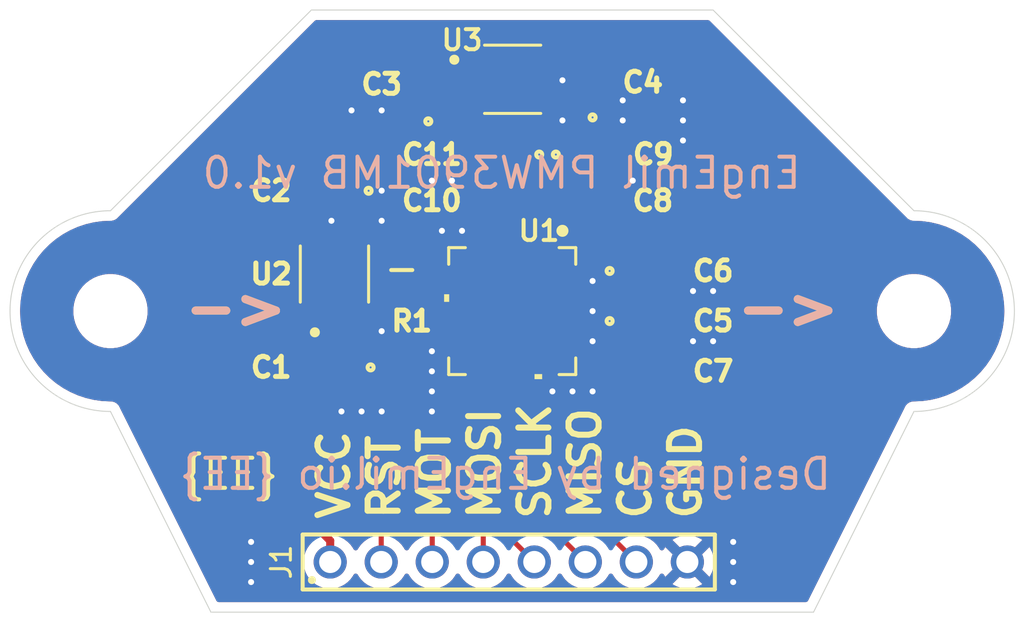
<source format=kicad_pcb>
(kicad_pcb (version 20241229) (generator "pcbnew") (generator_version "9.0")
  (title_block (title "EngEmil PMW3901MB Module PCB") (date "2025-06-12") (rev "1") (company "EngEmil") (comment 1 "Licensed under CERN-OHL-W-2.0"))
  (layers (0 "F.Cu" signal) (2 "B.Cu" signal) (13 "F.Paste" user) (15 "B.Paste" user) (5 "F.SilkS" user "F.Silkscreen") (7 "B.SilkS" user "B.Silkscreen") (1 "F.Mask" user) (3 "B.Mask" user) (25 "Edge.Cuts" user))
  (net 0 "")
  (net 1 "VCC")
  (net 2 "GND")
  (net 3 "+3.3V")
  (net 4 "+1V8")
  (net 5 "Net-(U1-VREG)")
  (net 6 "CS")
  (net 7 "SCLK")
  (net 8 "MOSI")
  (net 9 "RESET")
  (net 10 "MISO")
  (net 11 "MOTION")
  (footprint "engemil_pmw3901mb_module_footprint_library:DBV0005A-IPC_A" (layer "F.Cu") (at 141.149999 113.154328 90)
    (property "Reference" "U2" (at 0 -3.149999 0) (layer "F.SilkS") (effects (font (thickness 0.25) (bold yes))))
    (property "Value" "TLV77333PDBVR")
    (fp_line (start -1.4 -1.699999) (end 1.4 -1.699999) (stroke (width 0.15)) (layer "F.SilkS"))
    (fp_line (start -1.4 1.699999) (end 1.4 1.699999) (stroke (width 0.15)) (layer "F.SilkS"))
    (fp_circle (center -2.903101 -0.974999) (end -2.7781 -0.974999) (stroke (width 0.25)) (fill no) (layer "F.SilkS"))
    (pad "1" smd rect (at -1.150483 -0.950001 90) (size 1.805236 0.612132) (layers "F.Cu" "F.Mask" "F.Paste") (net 1 "VCC"))
    (pad "2" smd rect (at -1.150483 0 90) (size 1.805236 0.612132) (layers "F.Cu" "F.Mask" "F.Paste") (net 2 "GND"))
    (pad "3" smd rect (at -1.150483 0.950001 90) (size 1.805236 0.612132) (layers "F.Cu" "F.Mask" "F.Paste") (net 1 "VCC"))
    (pad "4" smd rect (at 1.150483 0.950001 90) (size 1.805236 0.612132) (layers "F.Cu" "F.Mask" "F.Paste") (net 2 "GND"))
    (pad "5" smd rect (at 1.150483 -0.950001 90) (size 1.805236 0.612132) (layers "F.Cu" "F.Mask" "F.Paste") (net 3 "+3.3V"))
  )
  (footprint "engemil_pmw3901mb_module_footprint_library:CAPC2012X110N" (layer "F.Cu") (at 156.528445 118)
    (property "Reference" "C7" (at 3.471555 0 0) (layer "F.SilkS") (effects (font (thickness 0.25))))
    (property "Value" "0.1uF" (hide yes))
    (pad "1" smd rect (at -0.8 0) (size 1.02 1.47) (layers "F.Cu" "F.Mask" "F.Paste") (net 4 "+1V8"))
    (pad "2" smd rect (at 0.8 0) (size 1.02 1.47) (layers "F.Cu" "F.Mask" "F.Paste") (net 2 "GND"))
  )
  (footprint "engemil_pmw3901mb_module_footprint_library:C0805" (layer "F.Cu") (at 145.822038 103.796155 90)
    (property "Reference" "C3" (at 0.096155 -2.322038 0) (layer "F.SilkS") (effects (font (thickness 0.25))))
    (property "Value" "1uF" (hide yes))
    (fp_circle (center -1.75 0) (end -1.75 0.05) (stroke (width 0.2)) (fill no) (layer "F.SilkS"))
    (pad "1" smd rect (at -0.9 0 90) (size 1.15 1.45) (layers "F.Cu" "F.Mask" "F.Paste") (net 2 "GND"))
    (pad "2" smd rect (at 0.9 0 90) (size 1.15 1.45) (layers "F.Cu" "F.Mask" "F.Paste") (net 3 "+3.3V"))
  )
  (footprint "engemil_pmw3901mb_module_footprint_library:C0805" (layer "F.Cu") (at 154 103.6 90)
    (property "Reference" "C4" (at 0 2.5 0) (layer "F.SilkS") (effects (font (thickness 0.25))))
    (property "Value" "1uF" (hide yes))
    (fp_circle (center -1.75 0) (end -1.75 0.05) (stroke (width 0.2)) (fill no) (layer "F.SilkS"))
    (pad "1" smd rect (at -0.9 0 90) (size 1.15 1.45) (layers "F.Cu" "F.Mask" "F.Paste") (net 2 "GND"))
    (pad "2" smd rect (at 0.9 0 90) (size 1.15 1.45) (layers "F.Cu" "F.Mask" "F.Paste") (net 4 "+1V8"))
  )
  (footprint "engemil_pmw3901mb_module_footprint_library:C0805" (layer "F.Cu") (at 149.593593 107.2 180)
    (property "Reference" "C11" (at 3.593593 0 180) (layer "F.SilkS") (effects (font (thickness 0.25))))
    (property "Value" "4.7uF" (hide yes))
    (fp_circle (center -1.75 0) (end -1.75 0.05) (stroke (width 0.2)) (fill no) (layer "F.SilkS"))
    (pad "1" smd rect (at -0.9 0 180) (size 1.15 1.45) (layers "F.Cu" "F.Mask" "F.Paste") (net 5 "Net-(U1-VREG)"))
    (pad "2" smd rect (at 0.9 0 180) (size 1.15 1.45) (layers "F.Cu" "F.Mask" "F.Paste") (net 2 "GND"))
  )
  (footprint "engemil_pmw3901mb_module_footprint_library:CAPC2012X110N" (layer "F.Cu") (at 149.5 109.5 180)
    (property "Reference" "C10" (at 3.5 0 180) (layer "F.SilkS") (effects (font (thickness 0.25))))
    (property "Value" "0.1uF" (hide yes))
    (pad "1" smd rect (at -0.8 0 180) (size 1.02 1.47) (layers "F.Cu" "F.Mask" "F.Paste") (net 5 "Net-(U1-VREG)"))
    (pad "2" smd rect (at 0.8 0 180) (size 1.02 1.47) (layers "F.Cu" "F.Mask" "F.Paste") (net 2 "GND"))
  )
  (footprint "engemil_pmw3901mb_module_footprint_library:C0805" (layer "F.Cu") (at 156.6 115.496155)
    (property "Reference" "C5" (at 3.4 0 0) (layer "F.SilkS") (effects (font (thickness 0.25))))
    (property "Value" "22uF" (hide yes))
    (fp_circle (center -1.75 0) (end -1.75 0.05) (stroke (width 0.2)) (fill no) (layer "F.SilkS"))
    (pad "1" smd rect (at -0.9 0) (size 1.15 1.45) (layers "F.Cu" "F.Mask" "F.Paste") (net 4 "+1V8"))
    (pad "2" smd rect (at 0.9 0) (size 1.15 1.45) (layers "F.Cu" "F.Mask" "F.Paste") (net 2 "GND"))
  )
  (footprint "MountingHole:MountingHole_3.2mm_M3_ISO14580" (layer "F.Cu") (at 130 115)
    (property "Reference" "H1" (hide yes))
    (property "Value" "MountingHole")
    (pad "" np_thru_hole circle (at 0 0) (size 3.2 3.2) (drill 3.2) (layers "*.Cu" "*.Mask"))
  )
  (footprint "engemil_pmw3901mb_module_footprint_library:C0805" (layer "F.Cu") (at 156.6 113)
    (property "Reference" "C6" (at 3.4 0 0) (layer "F.SilkS") (effects (font (thickness 0.25))))
    (property "Value" "22uF" (hide yes))
    (fp_circle (center -1.75 0) (end -1.75 0.05) (stroke (width 0.2)) (fill no) (layer "F.SilkS"))
    (pad "1" smd rect (at -0.9 0) (size 1.15 1.45) (layers "F.Cu" "F.Mask" "F.Paste") (net 4 "+1V8"))
    (pad "2" smd rect (at 0.9 0) (size 1.15 1.45) (layers "F.Cu" "F.Mask" "F.Paste") (net 2 "GND"))
  )
  (footprint "MountingHole:MountingHole_3.2mm_M3_ISO14580" (layer "F.Cu") (at 170 115)
    (property "Reference" "H2" (hide yes))
    (property "Value" "MountingHole")
    (pad "" np_thru_hole circle (at 0 0) (size 3.2 3.2) (drill 3.2) (layers "*.Cu" "*.Mask"))
  )
  (footprint "engemil_pmw3901mb_module_footprint_library:61300811121" (layer "F.Cu") (at 149.828445 127.5)
    (property "Reference" "J1" (at -11.328445 0 90) (layer "F.SilkS"))
    (property "Value" "6130XX11121" (hide yes))
    (fp_line (start -10.26 -1.37) (end 10.26 -1.37) (stroke (width 0.2)) (layer "F.SilkS"))
    (fp_line (start -10.26 1.37) (end -10.26 -1.37) (stroke (width 0.2)) (layer "F.SilkS"))
    (fp_line (start 10.26 -1.37) (end 10.26 1.37) (stroke (width 0.2)) (layer "F.SilkS"))
    (fp_line (start 10.26 1.37) (end -10.26 1.37) (stroke (width 0.2)) (layer "F.SilkS"))
    (fp_circle (center -9.8 0.9) (end -9.7 0.9) (stroke (width 0.2)) (fill no) (layer "F.SilkS"))
    (pad "1" thru_hole circle (at -8.89 0) (size 1.65 1.65) (drill 1.1) (layers "*.Cu" "*.Mask") (net 1 "VCC"))
    (pad "2" thru_hole circle (at -6.35 0) (size 1.65 1.65) (drill 1.1) (layers "*.Cu" "*.Mask") (net 9 "RESET"))
    (pad "3" thru_hole circle (at -3.81 0) (size 1.65 1.65) (drill 1.1) (layers "*.Cu" "*.Mask") (net 11 "MOTION"))
    (pad "4" thru_hole circle (at -1.27 0) (size 1.65 1.65) (drill 1.1) (layers "*.Cu" "*.Mask") (net 8 "MOSI"))
    (pad "5" thru_hole circle (at 1.27 0) (size 1.65 1.65) (drill 1.1) (layers "*.Cu" "*.Mask") (net 7 "SCLK"))
    (pad "6" thru_hole circle (at 3.81 0) (size 1.65 1.65) (drill 1.1) (layers "*.Cu" "*.Mask") (net 10 "MISO"))
    (pad "7" thru_hole circle (at 6.35 0) (size 1.65 1.65) (drill 1.1) (layers "*.Cu" "*.Mask") (net 6 "CS"))
    (pad "8" thru_hole circle (at 8.89 0) (size 1.65 1.65) (drill 1.1) (layers "*.Cu" "*.Mask") (net 2 "GND"))
  )
  (footprint "engemil_pmw3901mb_module_footprint_library:C0805" (layer "F.Cu") (at 141.2 117.804811 180)
    (property "Reference" "C1" (at 3.2 0 180) (layer "F.SilkS") (effects (font (thickness 0.25))))
    (property "Value" "1uF" (hide yes))
    (fp_circle (center -1.75 0) (end -1.75 0.05) (stroke (width 0.2)) (fill no) (layer "F.SilkS"))
    (pad "1" smd rect (at -0.9 0 180) (size 1.15 1.45) (layers "F.Cu" "F.Mask" "F.Paste") (net 2 "GND"))
    (pad "2" smd rect (at 0.9 0 180) (size 1.15 1.45) (layers "F.Cu" "F.Mask" "F.Paste") (net 1 "VCC"))
  )
  (footprint "engemil_pmw3901mb_module_footprint_library:C0805" (layer "F.Cu") (at 153.922038 107.2)
    (property "Reference" "C9" (at 3.1 0 0) (layer "F.SilkS") (effects (font (thickness 0.25))))
    (property "Value" "10uF" (hide yes))
    (fp_circle (center -1.75 0) (end -1.75 0.05) (stroke (width 0.2)) (fill no) (layer "F.SilkS"))
    (pad "1" smd rect (at -0.9 0) (size 1.15 1.45) (layers "F.Cu" "F.Mask" "F.Paste") (net 3 "+3.3V"))
    (pad "2" smd rect (at 0.9 0) (size 1.15 1.45) (layers "F.Cu" "F.Mask" "F.Paste") (net 2 "GND"))
  )
  (footprint "engemil_pmw3901mb_module_footprint_library:C0805" (layer "F.Cu") (at 141.1 109.003845 180)
    (property "Reference" "C2" (at 3.1 0 180) (layer "F.SilkS") (effects (font (thickness 0.25))))
    (property "Value" "1uF" (hide yes))
    (fp_circle (center -1.75 0) (end -1.75 0.05) (stroke (width 0.2)) (fill no) (layer "F.SilkS"))
    (pad "1" smd rect (at -0.9 0 180) (size 1.15 1.45) (layers "F.Cu" "F.Mask" "F.Paste") (net 2 "GND"))
    (pad "2" smd rect (at 0.9 0 180) (size 1.15 1.45) (layers "F.Cu" "F.Mask" "F.Paste") (net 3 "+3.3V"))
  )
  (footprint "engemil_pmw3901mb_module_footprint_library:RESC2012X60N" (layer "F.Cu") (at 144.5 112.953845 -90)
    (property "Reference" "R1" (at 2.546155 -0.5 0) (layer "F.SilkS") (effects (font (thickness 0.25))))
    (property "Value" "10kOhm" (hide yes))
    (fp_line (start 0 -0.525) (end 0 0.525) (stroke (width 0.2)) (layer "F.SilkS"))
    (pad "1" smd rect (at -0.95 0 270) (size 0.95 1.4) (layers "F.Cu" "F.Mask" "F.Paste") (net 3 "+3.3V"))
    (pad "2" smd rect (at 0.95 0 270) (size 0.95 1.4) (layers "F.Cu" "F.Mask" "F.Paste") (net 9 "RESET"))
  )
  (footprint "engemil_pmw3901mb_module_footprint_library:DBV0005A-IPC_A" (layer "F.Cu") (at 150.021072 103.450001)
    (property "Reference" "U3" (at -2.521072 -1.950001 0) (layer "F.SilkS") (effects (font (thickness 0.2) (bold yes))))
    (property "Value" "TLV77318PDBVR" (hide yes))
    (fp_line (start -1.4 -1.699999) (end 1.4 -1.699999) (stroke (width 0.15)) (layer "F.SilkS"))
    (fp_line (start -1.4 1.699999) (end 1.4 1.699999) (stroke (width 0.15)) (layer "F.SilkS"))
    (fp_circle (center -2.903101 -0.974999) (end -2.7781 -0.974999) (stroke (width 0.25)) (fill no) (layer "F.SilkS"))
    (pad "1" smd rect (at -1.150483 -0.950001) (size 1.805236 0.612132) (layers "F.Cu" "F.Mask" "F.Paste") (net 3 "+3.3V"))
    (pad "2" smd rect (at -1.150483 0) (size 1.805236 0.612132) (layers "F.Cu" "F.Mask" "F.Paste") (net 2 "GND"))
    (pad "3" smd rect (at -1.150483 0.950001) (size 1.805236 0.612132) (layers "F.Cu" "F.Mask" "F.Paste") (net 3 "+3.3V"))
    (pad "4" smd rect (at 1.150483 0.950001) (size 1.805236 0.612132) (layers "F.Cu" "F.Mask" "F.Paste") (net 2 "GND"))
    (pad "5" smd rect (at 1.150483 -0.950001) (size 1.805236 0.612132) (layers "F.Cu" "F.Mask" "F.Paste") (net 4 "+1V8"))
  )
  (footprint "engemil_pmw3901mb_module_footprint_library:CAPC2012X110N" (layer "F.Cu") (at 154.022038 109.5)
    (property "Reference" "C8" (at 2.977962 0 0) (layer "F.SilkS") (effects (font (thickness 0.25))))
    (property "Value" "0.1uF" (hide yes))
    (pad "1" smd rect (at -0.8 0) (size 1.02 1.47) (layers "F.Cu" "F.Mask" "F.Paste") (net 3 "+3.3V"))
    (pad "2" smd rect (at 0.8 0) (size 1.02 1.47) (layers "F.Cu" "F.Mask" "F.Paste") (net 2 "GND"))
  )
  (footprint "engemil_pmw3901mb_module_footprint_library:QFN_01MB-TXQT_PIX-M" (layer "F.Cu") (at 150 115 -90)
    (property "Reference" "U1" (at -3.996155 -1.328445 0) (layer "F.SilkS") (effects (font (thickness 0.2) (bold yes))))
    (property "Value" "PMW3901MB-TXQT")
    (fp_line (start -3.1623 3.1623) (end -2.333855 3.1623) (stroke (width 0.1524)) (layer "F.SilkS"))
    (fp_line (start 2.333855 3.1623) (end 3.1623 3.1623) (stroke (width 0.1524)) (layer "F.SilkS"))
    (fp_line (start 3.1623 3.1623) (end 3.1623 2.333855) (stroke (width 0.1524)) (layer "F.SilkS"))
    (fp_line (start -3.1623 2.333855) (end -3.1623 3.1623) (stroke (width 0.1524)) (layer "F.SilkS"))
    (fp_line (start 3.1623 -2.333855) (end 3.1623 -3.1623) (stroke (width 0.1524)) (layer "F.SilkS"))
    (fp_line (start -3.1623 -3.1623) (end -3.1623 -2.333855) (stroke (width 0.1524)) (layer "F.SilkS"))
    (fp_line (start -2.333855 -3.1623) (end -3.1623 -3.1623) (stroke (width 0.1524)) (layer "F.SilkS"))
    (fp_line (start 3.1623 -3.1623) (end 2.333855 -3.1623) (stroke (width 0.1524)) (layer "F.SilkS"))
    (fp_circle (center -4 -2.5) (end -3.75 -2.5) (stroke (width 0.1)) (fill yes) (layer "F.SilkS"))
    (fp_poly (pts (xy -0.840486 3.1369) (xy -0.840486 3.3909) (xy -0.459486 3.3909) (xy -0.459486 3.1369)) (fill yes) (layer "F.SilkS"))
    (fp_poly (pts (xy 3.3909 -1.490472) (xy 3.3909 -1.109472) (xy 3.1369 -1.109472) (xy 3.1369 -1.490472)) (fill yes) (layer "F.SilkS"))
    (pad "1" smd rect (at -2.6035 -1.949958) (size 0.4064 0.5588) (layers "F.Cu" "F.Mask" "F.Paste") (net 2 "GND"))
    (pad "2" smd rect (at -2.6035 -1.299972) (size 0.4064 0.5588) (layers "F.Cu" "F.Mask" "F.Paste") (net 4 "+1V8"))
    (pad "3" smd rect (at -2.6035 -0.649986) (size 0.4064 0.5588) (layers "F.Cu" "F.Mask" "F.Paste") (net 3 "+3.3V"))
    (pad "4" smd rect (at -2.6035 0) (size 0.4064 0.5588) (layers "F.Cu" "F.Mask" "F.Paste") (net 5 "Net-(U1-VREG)"))
    (pad "5" smd rect (at -2.6035 0.649986) (size 0.4064 0.5588) (layers "F.Cu" "F.Mask" "F.Paste") (net 2 "GND"))
    (pad "6" smd rect (at -2.6035 1.299972) (size 0.4064 0.5588) (layers "F.Cu" "F.Mask" "F.Paste") (net 2 "GND"))
    (pad "7" smd rect (at -2.6035 1.949958) (size 0.4064 0.5588) (layers "F.Cu" "F.Mask" "F.Paste") (net 9 "RESET"))
    (pad "8" smd rect (at -1.949958 2.6035 270) (size 0.4064 0.5588) (layers "F.Cu" "F.Mask" "F.Paste") (net 2 "GND"))
    (pad "9" smd rect (at -1.299972 2.6035 270) (size 0.4064 0.5588) (layers "F.Cu" "F.Mask" "F.Paste") (net 2 "GND"))
    (pad "10" smd rect (at -0.649986 2.6035 270) (size 0.4064 0.5588) (layers "F.Cu" "F.Mask" "F.Paste") (net 2 "GND"))
    (pad "11" smd rect (at 0 2.6035 270) (size 0.4064 0.5588) (layers "F.Cu" "F.Mask" "F.Paste") (net 2 "GND"))
    (pad "12" smd rect (at 0.649986 2.6035 270) (size 0.4064 0.5588) (layers "F.Cu" "F.Mask" "F.Paste") (net 2 "GND"))
    (pad "13" smd rect (at 1.299972 2.6035 270) (size 0.4064 0.5588) (layers "F.Cu" "F.Mask" "F.Paste") (net 2 "GND"))
    (pad "14" smd rect (at 1.949958 2.6035 270) (size 0.4064 0.5588) (layers "F.Cu" "F.Mask" "F.Paste") (net 2 "GND"))
    (pad "15" smd rect (at 2.6035 1.949958) (size 0.4064 0.5588) (layers "F.Cu" "F.Mask" "F.Paste") (net 11 "MOTION"))
    (pad "16" smd rect (at 2.6035 1.299972) (size 0.4064 0.5588) (layers "F.Cu" "F.Mask" "F.Paste") (net 8 "MOSI"))
    (pad "17" smd rect (at 2.6035 0.649986) (size 0.4064 0.5588) (layers "F.Cu" "F.Mask" "F.Paste") (net 7 "SCLK"))
    (pad "18" smd rect (at 2.6035 0) (size 0.4064 0.5588) (layers "F.Cu" "F.Mask" "F.Paste") (net 10 "MISO"))
    (pad "19" smd rect (at 2.6035 -0.649986) (size 0.4064 0.5588) (layers "F.Cu" "F.Mask" "F.Paste") (net 6 "CS"))
    (pad "20" smd rect (at 2.6035 -1.299972) (size 0.4064 0.5588) (layers "F.Cu" "F.Mask" "F.Paste") (net 2 "GND"))
    (pad "21" smd rect (at 2.6035 -1.949958) (size 0.4064 0.5588) (layers "F.Cu" "F.Mask" "F.Paste") (net 2 "GND"))
    (pad "22" smd rect (at 1.949958 -2.6035 270) (size 0.4064 0.5588) (layers "F.Cu" "F.Mask" "F.Paste") (net 2 "GND"))
    (pad "23" smd rect (at 1.299972 -2.6035 270) (size 0.4064 0.5588) (layers "F.Cu" "F.Mask" "F.Paste") (net 2 "GND"))
    (pad "24" smd rect (at 0.649986 -2.6035 270) (size 0.4064 0.5588) (layers "F.Cu" "F.Mask" "F.Paste") (net 2 "GND"))
    (pad "25" smd rect (at 0 -2.6035 270) (size 0.4064 0.5588) (layers "F.Cu" "F.Mask" "F.Paste") (net 2 "GND"))
    (pad "26" smd rect (at -0.649986 -2.6035 270) (size 0.4064 0.5588) (layers "F.Cu" "F.Mask" "F.Paste") (net 2 "GND"))
    (pad "27" smd rect (at -1.299972 -2.6035 270) (size 0.4064 0.5588) (layers "F.Cu" "F.Mask" "F.Paste") (net 2 "GND"))
    (pad "28" smd rect (at -1.949958 -2.6035 270) (size 0.4064 0.5588) (layers "F.Cu" "F.Mask" "F.Paste") (net 2 "GND"))
    (pad "29" smd rect (at 0 0 270) (size 2.9972 2.4892) (layers "F.Cu" "F.Mask" "F.Paste") (net 2 "GND"))
  )
  (gr_line (start 165 130) (end 135 130) (stroke (width 0.05)) (layer "Edge.Cuts"))
  (gr_arc (start 130 120) (mid 125 115) (end 130 110) (stroke (width 0.05)) (layer "Edge.Cuts"))
  (gr_line (start 140 100) (end 160 100) (stroke (width 0.05)) (layer "Edge.Cuts"))
  (gr_line (start 160 100) (end 170 110) (stroke (width 0.05)) (layer "Edge.Cuts"))
  (gr_arc (start 170 110) (mid 175 115) (end 170 120) (stroke (width 0.05)) (layer "Edge.Cuts"))
  (gr_line (start 130 120) (end 135 130) (stroke (width 0.05)) (layer "Edge.Cuts"))
  (gr_line (start 165 130) (end 170 120) (stroke (width 0.05)) (layer "Edge.Cuts"))
  (gr_line (start 140 100) (end 130 110) (stroke (width 0.05)) (layer "Edge.Cuts"))
  (gr_text "GND" (at 159.5 125.5 90) (layer "F.SilkS") (effects (font (size 1.5 1.5) (thickness 0.3) (bold yes)) (justify left bottom)))
  (gr_text "MOSI" (at 149.5 125.5 90) (layer "F.SilkS") (effects (font (size 1.5 1.5) (thickness 0.3) (bold yes)) (justify left bottom)))
  (gr_text "CS" (at 157 125.5 90) (layer "F.SilkS") (effects (font (size 1.5 1.5) (thickness 0.3) (bold yes)) (justify left bottom)))
  (gr_text "VCC" (at 142 125.5 90) (layer "F.SilkS") (effects (font (size 1.5 1.5) (thickness 0.3) (bold yes)) (justify left bottom)))
  (gr_text "MOT" (at 147 125.5 90) (layer "F.SilkS") (effects (font (size 1.5 1.5) (thickness 0.3) (bold yes)) (justify left bottom)))
  (gr_text "RST" (at 144.5 125.5 90) (layer "F.SilkS") (effects (font (size 1.5 1.5) (thickness 0.3) (bold yes)) (justify left bottom)))
  (gr_text "->" (at 133.5 116 0) (layer "F.SilkS") (effects (font (size 2 2) (thickness 0.4) (bold yes)) (justify left bottom)))
  (gr_text "{EE}" (at 133.5 124 0) (layer "F.SilkS") (effects (font (size 1.5 1.5) (thickness 0.2)) (justify left bottom)))
  (gr_text "SCLK" (at 152 125.5 90) (layer "F.SilkS") (effects (font (size 1.5 1.5) (thickness 0.3) (bold yes)) (justify left bottom)))
  (gr_text "MISO" (at 154.5 125.5 90) (layer "F.SilkS") (effects (font (size 1.5 1.5) (thickness 0.3) (bold yes)) (justify left bottom)))
  (gr_text "->" (at 161 116 0) (layer "F.SilkS") (effects (font (size 2 2) (thickness 0.4) (bold yes)) (justify left bottom)))
  (gr_text "Designed by EngEmil.io {EE}" (at 166 124 0) (layer "B.SilkS") (effects (font (size 1.5 1.5) (thickness 0.2)) (justify left bottom mirror)))
  (gr_text "->" (at 161 116 0) (layer "B.SilkS") (effects (font (size 2 2) (thickness 0.4) (bold yes)) (justify left bottom)))
  (gr_text "EngEmil PMW3901MB v1.0" (at 164.5 109 0) (layer "B.SilkS") (effects (font (size 1.5 1.5) (thickness 0.2)) (justify left bottom mirror)))
  (gr_text "->" (at 133.5 116 0) (layer "B.SilkS") (effects (font (size 2 2) (thickness 0.4) (bold yes)) (justify left bottom)))
  (segment (start 140.3 114.404813) (end 140.199998 114.304811) (width 0.4) (layer "F.Cu") (net 1))
  (segment (start 140.199998 114.800002) (end 140.199998 114.304811) (width 0.4) (layer "F.Cu") (net 1))
  (segment (start 142.1 114.304811) (end 142.1 115.854811) (width 0.4) (layer "F.Cu") (net 1))
  (segment (start 140.3 125.8) (end 140.3 117.804811) (width 0.4) (layer "F.Cu") (net 1))
  (segment (start 140.199998 115.800002) (end 140.199998 114.304811) (width 0.4) (layer "F.Cu") (net 1))
  (segment (start 139.5 117) (end 139.5 116.5) (width 0.4) (layer "F.Cu") (net 1))
  (segment (start 142.1 115.854811) (end 140.3 117.654811) (width 0.4) (layer "F.Cu") (net 1))
  (segment (start 140.938445 127.5) (end 140.938445 126.438445) (width 0.4) (layer "F.Cu") (net 1))
  (segment (start 140.3 117.804811) (end 140.3 117.8) (width 0.4) (layer "F.Cu") (net 1))
  (segment (start 140.938445 126.438445) (end 140.3 125.8) (width 0.4) (layer "F.Cu") (net 1))
  (segment (start 139.5 116.5) (end 140.199998 115.800002) (width 0.4) (layer "F.Cu") (net 1))
  (segment (start 140.3 117.654811) (end 140.3 117.804811) (width 0.4) (layer "F.Cu") (net 1))
  (segment (start 140.3 117.8) (end 139.5 117) (width 0.4) (layer "F.Cu") (net 1))
  (segment (start 151.354825 104.400002) (end 151.171555 104.400002) (width 0.8) (layer "F.Cu") (net 2))
  (segment (start 151.171555 104.400002) (end 151.171555 103.671555) (width 0.4) (layer "F.Cu") (net 2))
  (segment (start 151.9231 117.576642) (end 151.949958 117.6035) (width 0.4) (layer "F.Cu") (net 2))
  (segment (start 147.3965 116.949958) (end 147.423358 116.9231) (width 0.4) (layer "F.Cu") (net 2))
  (segment (start 151.9231 113.0769) (end 151.9231 112.423358) (width 0.4) (layer "F.Cu") (net 2))
  (segment (start 150 115) (end 151.9231 113.0769) (width 0.4) (layer "F.Cu") (net 2))
  (segment (start 150 115) (end 151.9231 116.9231) (width 0.4) (layer "F.Cu") (net 2))
  (segment (start 153.599998 105.5) (end 154 105.5) (width 1.2) (layer "F.Cu") (net 2))
  (segment (start 154 105.5) (end 154 104.5) (width 1.2) (layer "F.Cu") (net 2))
  (segment (start 152.6035 113.050042) (end 152.576642 113.0769) (width 0.4) (layer "F.Cu") (net 2))
  (segment (start 152.5 104.400002) (end 153.599998 105.5) (width 1.2) (layer "F.Cu") (net 2))
  (segment (start 149.062064 113.437936) (end 150 114.375872) (width 0.4) (layer "F.Cu") (net 2))
  (segment (start 147.423358 113.0769) (end 148.699028 113.0769) (width 0.4) (layer "F.Cu") (net 2))
  (segment (start 147.3965 115) (end 150 115) (width 0.4) (layer "F.Cu") (net 2))
  (segment (start 151.171555 103.671555) (end 150.950001 103.450001) (width 0.4) (layer "F.Cu") (net 2))
  (segment (start 149.350014 113.149986) (end 149.062064 113.437936) (width 0.4) (layer "F.Cu") (net 2))
  (segment (start 152.546228 116.299972) (end 151.9231 116.9231) (width 0.4) (layer "F.Cu") (net 2))
  (segment (start 147.3965 113.700028) (end 148.700028 113.700028) (width 0.4) (layer "F.Cu") (net 2))
  (segment (start 148.700028 113.0759) (end 148.700028 112.3965) (width 0.4) (layer "F.Cu") (net 2))
  (segment (start 149.350014 114.350014) (end 150 115) (width 0.4) (layer "F.Cu") (net 2))
  (segment (start 148.700028 111.700028) (end 148.5 111.5) (width 0.254) (layer "F.Cu") (net 2))
  (segment (start 148.700028 112.3965) (end 148.700028 111.700028) (width 0.254) (layer "F.Cu") (net 2))
  (segment (start 152.6035 115) (end 150 115) (width 0.4) (layer "F.Cu") (net 2))
  (segment (start 154 105.5) (end 154.25 105.75) (width 0.4) (layer "F.Cu") (net 2))
  (segment (start 152.6035 115.649986) (end 150.649986 115.649986) (width 0.4) (layer "F.Cu") (net 2))
  (segment (start 147.3965 114.350014) (end 149.350014 114.350014) (width 0.4) (layer "F.Cu") (net 2))
  (segment (start 149.350014 112.3965) (end 149.350014 111.850014) (width 0.254) (layer "F.Cu") (net 2))
  (segment (start 152.6035 116.299972) (end 152.546228 116.299972) (width 0.4) (layer "F.Cu") (net 2))
  (segment (start 151.949958 116.949958) (end 151.9231 116.9231) (width 0.4) (layer "F.Cu") (net 2))
  (segment (start 151.299972 117.6035) (end 151.299972 116.299972) (width 0.4) (layer "F.Cu") (net 2))
  (segment (start 152.5 105.5) (end 152.454824 105.5) (width 0.8) (layer "F.Cu") (net 2))
  (segment (start 150 114.375872) (end 150 115) (width 0.4) (layer "F.Cu") (net 2))
  (segment (start 152.454824 105.5) (end 151.354825 104.400002) (width 0.8) (layer "F.Cu") (net 2))
  (segment (start 152.6035 116.949958) (end 151.949958 116.949958) (width 0.4) (layer "F.Cu") (net 2))
  (segment (start 148.0769 116.9231) (end 150 115) (width 0.4) (layer "F.Cu") (net 2))
  (segment (start 148.700028 116.299972) (end 150 115) (width 0.4) (layer "F.Cu") (net 2))
  (segment (start 147.423358 116.9231) (end 148.0769 116.9231) (width 0.4) (layer "F.Cu") (net 2))
  (segment (start 150.950001 103.450001) (end 148.870589 103.450001) (width 0.4) (layer "F.Cu") (net 2))
  (segment (start 149.350014 112.3965) (end 149.350014 113.149986) (width 0.4) (layer "F.Cu") (net 2))
  (segment (start 149.350014 115.649986) (end 150 115) (width 0.4) (layer "F.Cu") (net 2))
  (segment (start 151.949958 112.3965) (end 152.6035 112.3965) (width 0.4) (layer "F.Cu") (net 2))
  (segment (start 152.599998 104.5) (end 152.5 104.400002) (width 1.2) (layer "F.Cu") (net 2))
  (segment (start 154.25 105.75) (end 154.822038 106.322038) (width 0.4) (layer "F.Cu") (net 2))
  (segment (start 153.5 105.5) (end 152.5 105.5) (width 0.8) (layer "F.Cu") (net 2))
  (segment (start 147.3965 116.299972) (end 148.700028 116.299972) (width 0.4) (layer "F.Cu") (net 2))
  (segment (start 151.299972 117.6035) (end 151.299972 118.299972) (width 0.4) (layer "F.Cu") (net 2))
  (segment (start 152.576642 113.0769) (end 151.9231 113.0769) (width 0.4) (layer "F.Cu") (net 2))
  (segment (start 154 104.5) (end 152.599998 104.5) (width 1.2) (layer "F.Cu") (net 2))
  (segment (start 149.350014 111.850014) (end 149 111.5) (width 0.254) (layer "F.Cu") (net 2))
  (segment (start 147.3965 113.050042) (end 147.423358 113.0769) (width 0.4) (layer "F.Cu") (net 2))
  (segment (start 151.9231 116.9231) (end 151.9231 117.576642) (width 0.4) (layer "F.Cu") (net 2))
  (segment (start 154.822038 107.2) (end 154.822038 109.5) (width 0.4) (layer "F.Cu") (net 2))
  (segment (start 148.699028 113.0769) (end 148.700028 113.0759) (width 0.4) (layer "F.Cu") (net 2))
  (segment (start 150.649986 115.649986) (end 150 115) (width 0.4) (layer "F.Cu") (net 2))
  (segment (start 149 111.5) (end 148.5 111.5) (width 0.4) (layer "F.Cu") (net 2))
  (segment (start 150.649986 114.350014) (end 150 115) (width 0.4) (layer "F.Cu") (net 2))
  (segment (start 154 105.5) (end 153.5 105.5) (width 0.8) (layer "F.Cu") (net 2))
  (segment (start 152.6035 114.350014) (end 150.649986 114.350014) (width 0.4) (layer "F.Cu") (net 2))
  (segment (start 151.9231 112.423358) (end 151.949958 112.3965) (width 0.4) (layer "F.Cu") (net 2))
  (segment (start 148.700028 113.700028) (end 150 115) (width 0.4) (layer "F.Cu") (net 2))
  (segment (start 151.171555 104.400002) (end 152.5 104.400002) (width 0.4) (layer "F.Cu") (net 2))
  (segment (start 152.6035 112.3965) (end 153 112) (width 0.4) (layer "F.Cu") (net 2))
  (segment (start 148.700028 113.0759) (end 149.062064 113.437936) (width 0.4) (layer "F.Cu") (net 2))
  (segment (start 147.3965 115.649986) (end 149.350014 115.649986) (width 0.4) (layer "F.Cu") (net 2))
  (segment (start 153.5 104.5) (end 154 104.5) (width 0.4) (layer "F.Cu") (net 2))
  (segment (start 152.5 104.400002) (end 152.5 103.5) (width 1.2) (layer "F.Cu") (net 2))
  (segment (start 154.822038 106.322038) (end 154.822038 107.2) (width 0.4) (layer "F.Cu") (net 2))
  (segment (start 151.299972 116.299972) (end 150 115) (width 0.4) (layer "F.Cu") (net 2))
  (segment (start 151.299972 118.299972) (end 151.5 118.5) (width 0.4) (layer "F.Cu") (net 2))
  (via (at 158.5 106.5) (size 0.6) (drill 0.3) (layers "F.Cu" "B.Cu") (net 2))
  (via (at 143.5 116) (size 0.6) (drill 0.3) (layers "F.Cu" "B.Cu") (net 2))
  (via (at 147 108.5) (size 0.6) (drill 0.3) (layers "F.Cu" "B.Cu") (net 2))
  (via (at 159 114) (size 0.6) (drill 0.3) (layers "F.Cu" "B.Cu") (net 2))
  (via (at 143.5 120) (size 0.6) (drill 0.3) (layers "F.Cu" "B.Cu") (net 2))
  (via (at 146.5 111) (size 0.6) (drill 0.3) (layers "F.Cu" "B.Cu") (net 2))
  (via (at 143.5 105) (size 0.6) (drill 0.3) (layers "F.Cu" "B.Cu") (net 2))
  (via (at 155.5 104.5) (size 0.6) (drill 0.3) (layers "F.Cu" "B.Cu") (net 2))
  (via (at 141.5 120) (size 0.6) (drill 0.3) (layers "F.Cu" "B.Cu") (net 2))
  (via (at 158.5 105.5) (size 0.6) (drill 0.3) (layers "F.Cu" "B.Cu") (net 2))
  (via (at 143.5 110.5) (size 0.6) (drill 0.3) (layers "F.Cu" "B.Cu") (net 2))
  (via (at 137 128.5) (size 0.6) (drill 0.3) (layers "F.Cu" "B.Cu") (net 2))
  (via (at 154 119) (size 0.6) (drill 0.3) (layers "F.Cu" "B.Cu") (net 2))
  (via (at 155.5 105.5) (size 0.6) (drill 0.3) (layers "F.Cu" "B.Cu") (net 2))
  (via (at 152 119) (size 0.6) (drill 0.3) (layers "F.Cu" "B.Cu") (net 2))
  (via (at 154 113.5) (size 0.6) (drill 0.3) (layers "F.Cu" "B.Cu") (net 2))
  (via (at 142.5 120) (size 0.6) (drill 0.3) (layers "F.Cu" "B.Cu") (net 2))
  (via (at 146 108.5) (size 0.6) (drill 0.3) (layers "F.Cu" "B.Cu") (net 2))
  (via (at 143.5 109) (size 0.6) (drill 0.3) (layers "F.Cu" "B.Cu") (net 2))
  (via (at 152.5 105.5) (size 0.6) (drill 0.3) (layers "F.Cu" "B.Cu") (net 2))
  (via (at 161 127.5) (size 0.6) (drill 0.3) (layers "F.Cu" "B.Cu") (net 2))
  (via (at 137 127.5) (size 0.6) (drill 0.3) (layers "F.Cu" "B.Cu") (net 2))
  (via (at 160 114) (size 0.6) (drill 0.3) (layers "F.Cu" "B.Cu") (net 2))
  (via (at 160 116.5) (size 0.6) (drill 0.3) (layers "F.Cu" "B.Cu") (net 2))
  (via (at 158.5 104.5) (size 0.6) (drill 0.3) (layers "F.Cu" "B.Cu") (net 2))
  (via (at 161 128.5) (size 0.6) (drill 0.3) (layers "F.Cu" "B.Cu") (net 2))
  (via (at 137 126.5) (size 0.6) (drill 0.3) (layers "F.Cu" "B.Cu") (net 2))
  (via (at 146 119) (size 0.6) (drill 0.3) (layers "F.Cu" "B.Cu") (net 2))
  (via (at 156 108.5) (size 0.6) (drill 0.3) (layers "F.Cu" "B.Cu") (net 2))
  (via (at 142 105) (size 0.6) (drill 0.3) (layers "F.Cu" "B.Cu") (net 2))
  (via (at 146 117) (size 0.6) (drill 0.3) (layers "F.Cu" "B.Cu") (net 2))
  (via (at 154 116.5) (size 0.6) (drill 0.3) (layers "F.Cu" "B.Cu") (net 2))
  (via (at 161 126.5) (size 0.6) (drill 0.3) (layers "F.Cu" "B.Cu") (net 2))
  (via (at 146 120) (size 0.6) (drill 0.3) (layers "F.Cu" "B.Cu") (net 2))
  (via (at 159 116.5) (size 0.6) (drill 0.3) (layers "F.Cu" "B.Cu") (net 2))
  (via (at 153 119) (size 0.6) (drill 0.3) (layers "F.Cu" "B.Cu") (net 2))
  (via (at 152.5 103.5) (size 0.6) (drill 0.3) (layers "F.Cu" "B.Cu") (net 2))
  (via (at 141 110.5) (size 0.6) (drill 0.3) (layers "F.Cu" "B.Cu") (net 2))
  (via (at 147.5 111) (size 0.6) (drill 0.3) (layers "F.Cu" "B.Cu") (net 2))
  (via (at 146 118) (size 0.6) (drill 0.3) (layers "F.Cu" "B.Cu") (net 2))
  (via (at 154 115) (size 0.6) (drill 0.3) (layers "F.Cu" "B.Cu") (net 2))
  (segment (start 153.022038 109.3) (end 153.222038 109.5) (width 0.4) (layer "F.Cu") (net 3))
  (segment (start 140.2 107.2) (end 140.3 107.2) (width 0.4) (layer "F.Cu") (net 3))
  (segment (start 144.5 108) (end 144.5 112.003845) (width 0.4) (layer "F.Cu") (net 3))
  (segment (start 153.222038 109.5) (end 152.5 109.5) (width 0.4) (layer "F.Cu") (net 3))
  (segment (start 140.199998 112.003845) (end 140.199998 109.003847) (width 0.4) (layer "F.Cu") (net 3))
  (segment (start 147.809906 104.400002) (end 147.5 104.090096) (width 0.4) (layer "F.Cu") (net 3))
  (segment (start 147.5 104.090096) (end 147.5 103.29231) (width 0.4) (layer "F.Cu") (net 3))
  (segment (start 147.5 103.29231) (end 147.103845 102.896155) (width 0.4) (layer "F.Cu") (net 3))
  (segment (start 148.870589 104.400002) (end 147.809906 104.400002) (width 0.4) (layer "F.Cu") (net 3))
  (segment (start 139.5 106.5) (end 139.5 105.5) (width 0.4) (layer "F.Cu") (net 3))
  (segment (start 153.022038 107.2) (end 153.022038 109.3) (width 0.4) (layer "F.Cu") (net 3))
  (segment (start 141 106.5) (end 143 106.5) (width 0.4) (layer "F.Cu") (net 3))
  (segment (start 147.103845 102.896155) (end 147.5 102.5) (width 0.4) (layer "F.Cu") (net 3))
  (segment (start 147.5 102.5) (end 148.870589 102.5) (width 0.4) (layer "F.Cu") (net 3))
  (segment (start 143 106.5) (end 144.5 108) (width 0.4) (layer "F.Cu") (net 3))
  (segment (start 140.2 107.2) (end 139.5 106.5) (width 0.4) (layer "F.Cu") (net 3))
  (segment (start 140.2 109.003845) (end 140.2 107.2) (width 0.4) (layer "F.Cu") (net 3))
  (segment (start 149 105.5) (end 151.322038 105.5) (width 0.4) (layer "F.Cu") (net 3))
  (segment (start 145.822038 102.896155) (end 147.103845 102.896155) (width 0.4) (layer "F.Cu") (net 3))
  (segment (start 148.870589 105.370589) (end 149 105.5) (width 0.4) (layer "F.Cu") (net 3))
  (segment (start 140.3 107.2) (end 141 106.5) (width 0.4) (layer "F.Cu") (net 3))
  (segment (start 150.649986 111.350014) (end 150.649986 112.3965) (width 0.4) (layer "F.Cu") (net 3))
  (segment (start 140.199998 109.003847) (end 140.2 109.003845) (width 0.4) (layer "F.Cu") (net 3))
  (segment (start 139.5 105.5) (end 142.103845 102.896155) (width 0.4) (layer "F.Cu") (net 3))
  (segment (start 148.870589 104.400002) (end 148.870589 105.370589) (width 0.4) (layer "F.Cu") (net 3))
  (segment (start 151.322038 105.5) (end 153.022038 107.2) (width 0.4) (layer "F.Cu") (net 3))
  (segment (start 152.5 109.5) (end 150.649986 111.350014) (width 0.4) (layer "F.Cu") (net 3))
  (segment (start 142.103845 102.896155) (end 145.822038 102.896155) (width 0.4) (layer "F.Cu") (net 3))
  (segment (start 153.8 102.5) (end 154 102.7) (width 0.254) (layer "F.Cu") (net 4))
  (segment (start 152.261858 111) (end 151.299972 111.961886) (width 0.254) (layer "F.Cu") (net 4))
  (segment (start 155.728445 115.728445) (end 155.728445 118) (width 0.254) (layer "F.Cu") (net 4))
  (segment (start 155.7 113) (end 155.7 115.496155) (width 0.254) (layer "F.Cu") (net 4))
  (segment (start 151.299972 111.961886) (end 151.299972 112.3965) (width 0.254) (layer "F.Cu") (net 4))
  (segment (start 155.7 115.496155) (end 155.7 115.7) (width 0.254) (layer "F.Cu") (net 4))
  (segment (start 155.5 111) (end 152.261858 111) (width 0.254) (layer "F.Cu") (net 4))
  (segment (start 157 104) (end 157 109.5) (width 0.254) (layer "F.Cu") (net 4))
  (segment (start 155.5 111.5) (end 155.7 111.7) (width 0.254) (layer "F.Cu") (net 4))
  (segment (start 155.7 102.7) (end 157 104) (width 0.254) (layer "F.Cu") (net 4))
  (segment (start 155.5 111) (end 155.5 111.5) (width 0.254) (layer "F.Cu") (net 4))
  (segment (start 157 109.5) (end 155.5 111) (width 0.254) (layer "F.Cu") (net 4))
  (segment (start 151.171555 102.5) (end 153.8 102.5) (width 0.254) (layer "F.Cu") (net 4))
  (segment (start 155.7 115.7) (end 155.728445 115.728445) (width 0.254) (layer "F.Cu") (net 4))
  (segment (start 155.7 111.7) (end 155.7 113) (width 0.254) (layer "F.Cu") (net 4))
  (segment (start 154 102.7) (end 155.7 102.7) (width 0.254) (layer "F.Cu") (net 4))
  (segment (start 150.3 109.2) (end 150.493593 109.006407) (width 0.254) (layer "F.Cu") (net 5))
  (segment (start 150.3 109.5) (end 150.3 110.7) (width 0.254) (layer "F.Cu") (net 5))
  (segment (start 150 111) (end 150 112.3965) (width 0.254) (layer "F.Cu") (net 5))
  (segment (start 150.3 110.7) (end 150 111) (width 0.254) (layer "F.Cu") (net 5))
  (segment (start 150.3 109.5) (end 150.3 109.2) (width 0.254) (layer "F.Cu") (net 5))
  (segment (start 150.493593 109.006407) (end 150.493593 107.2) (width 0.254) (layer "F.Cu") (net 5))
  (segment (start 150.649986 121.971541) (end 156.178445 127.5) (width 0.254) (layer "F.Cu") (net 6))
  (segment (start 150.649986 117.6035) (end 150.649986 121.971541) (width 0.254) (layer "F.Cu") (net 6))
  (segment (start 149.350014 125.751569) (end 151.098445 127.5) (width 0.254) (layer "F.Cu") (net 7))
  (segment (start 149.350014 117.6035) (end 149.350014 125.751569) (width 0.254) (layer "F.Cu") (net 7))
  (segment (start 148.700028 118.200028) (end 148.558445 118.341611) (width 0.254) (layer "F.Cu") (net 8))
  (segment (start 148.558445 118.341611) (end 148.558445 127.5) (width 0.254) (layer "F.Cu") (net 8))
  (segment (start 148.700028 117.6035) (end 148.700028 118.200028) (width 0.254) (layer "F.Cu") (net 8))
  (segment (start 143.478445 126.021555) (end 144.5 125) (width 0.254) (layer "F.Cu") (net 9))
  (segment (start 146 113) (end 146.6035 112.3965) (width 0.254) (layer "F.Cu") (net 9))
  (segment (start 143.478445 127.5) (end 143.478445 126.021555) (width 0.254) (layer "F.Cu") (net 9))
  (segment (start 146.6035 112.3965) (end 148.050042 112.3965) (width 0.254) (layer "F.Cu") (net 9))
  (segment (start 144.5 113.903845) (end 145.596155 113.903845) (width 0.254) (layer "F.Cu") (net 9))
  (segment (start 145.596155 113.903845) (end 146 113.5) (width 0.254) (layer "F.Cu") (net 9))
  (segment (start 146 113.5) (end 146 113) (width 0.254) (layer "F.Cu") (net 9))
  (segment (start 144.5 125) (end 144.5 113.903845) (width 0.254) (layer "F.Cu") (net 9))
  (segment (start 150 123.861555) (end 153.638445 127.5) (width 0.254) (layer "F.Cu") (net 10))
  (segment (start 150 117.6035) (end 150 123.861555) (width 0.254) (layer "F.Cu") (net 10))
  (segment (start 148.050042 123.949958) (end 148.050042 117.6035) (width 0.254) (layer "F.Cu") (net 11))
  (segment (start 146.018445 127.5) (end 146.018445 126.018445) (width 0.254) (layer "F.Cu") (net 11))
  (segment (start 146 126) (end 148.050042 123.949958) (width 0.254) (layer "F.Cu") (net 11))
  (segment (start 146.018445 126.018445) (end 146 126) (width 0.254) (layer "F.Cu") (net 11))
  (zone (net 2) (net_name "GND") (layer "F.Cu") (connect_pads (clearance 0.5)) (min_thickness 0.25) (fill yes (thermal_gap 0.5) (thermal_bridge_width 0.5))
    (polygon (pts (xy 124.5 130.5) (xy 124.5 99.5) (xy 175.5 99.5) (xy 175.5 130.5)))
  )
  (zone (net 2) (net_name "GND") (layer "B.Cu") (priority 1) (connect_pads (clearance 0.5)) (min_thickness 0.25) (fill yes (thermal_gap 0.5) (thermal_bridge_width 0.5))
    (polygon (pts (xy 175.5 130.5) (xy 175.5 99.5) (xy 124.5 99.5) (xy 124.5 130.5)))
  )
)
</source>
